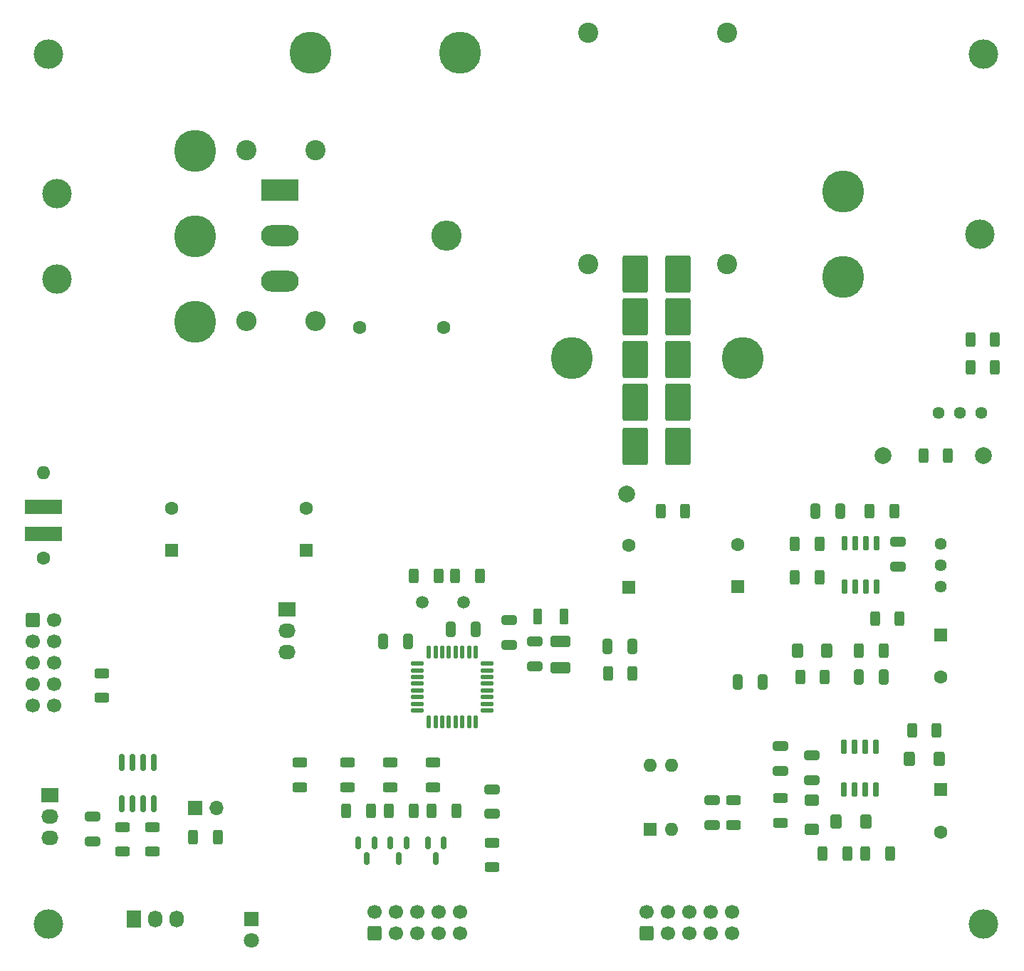
<source format=gbs>
G04 #@! TF.GenerationSoftware,KiCad,Pcbnew,7.0.2*
G04 #@! TF.CreationDate,2023-08-05T12:43:45+02:00*
G04 #@! TF.ProjectId,Module_2,4d6f6475-6c65-45f3-922e-6b696361645f,rev?*
G04 #@! TF.SameCoordinates,Original*
G04 #@! TF.FileFunction,Soldermask,Bot*
G04 #@! TF.FilePolarity,Negative*
%FSLAX46Y46*%
G04 Gerber Fmt 4.6, Leading zero omitted, Abs format (unit mm)*
G04 Created by KiCad (PCBNEW 7.0.2) date 2023-08-05 12:43:45*
%MOMM*%
%LPD*%
G01*
G04 APERTURE LIST*
G04 Aperture macros list*
%AMRoundRect*
0 Rectangle with rounded corners*
0 $1 Rounding radius*
0 $2 $3 $4 $5 $6 $7 $8 $9 X,Y pos of 4 corners*
0 Add a 4 corners polygon primitive as box body*
4,1,4,$2,$3,$4,$5,$6,$7,$8,$9,$2,$3,0*
0 Add four circle primitives for the rounded corners*
1,1,$1+$1,$2,$3*
1,1,$1+$1,$4,$5*
1,1,$1+$1,$6,$7*
1,1,$1+$1,$8,$9*
0 Add four rect primitives between the rounded corners*
20,1,$1+$1,$2,$3,$4,$5,0*
20,1,$1+$1,$4,$5,$6,$7,0*
20,1,$1+$1,$6,$7,$8,$9,0*
20,1,$1+$1,$8,$9,$2,$3,0*%
G04 Aperture macros list end*
%ADD10RoundRect,0.250000X-0.600000X-0.600000X0.600000X-0.600000X0.600000X0.600000X-0.600000X0.600000X0*%
%ADD11C,1.700000*%
%ADD12R,1.600000X1.600000*%
%ADD13C,1.600000*%
%ADD14C,5.000000*%
%ADD15C,2.400000*%
%ADD16O,2.400000X2.400000*%
%ADD17RoundRect,0.250000X0.600000X-0.600000X0.600000X0.600000X-0.600000X0.600000X-0.600000X-0.600000X0*%
%ADD18C,3.500000*%
%ADD19R,1.800000X1.800000*%
%ADD20C,1.800000*%
%ADD21R,1.730000X2.030000*%
%ADD22O,1.730000X2.030000*%
%ADD23C,2.000000*%
%ADD24C,1.500000*%
%ADD25O,1.600000X1.600000*%
%ADD26R,2.030000X1.730000*%
%ADD27O,2.030000X1.730000*%
%ADD28R,1.700000X1.700000*%
%ADD29O,1.700000X1.700000*%
%ADD30C,1.440000*%
%ADD31RoundRect,0.250000X-0.312500X-0.625000X0.312500X-0.625000X0.312500X0.625000X-0.312500X0.625000X0*%
%ADD32RoundRect,0.150000X-0.150000X0.587500X-0.150000X-0.587500X0.150000X-0.587500X0.150000X0.587500X0*%
%ADD33RoundRect,0.250001X-1.262499X-1.974999X1.262499X-1.974999X1.262499X1.974999X-1.262499X1.974999X0*%
%ADD34R,4.500000X1.750000*%
%ADD35RoundRect,0.250000X0.325000X0.650000X-0.325000X0.650000X-0.325000X-0.650000X0.325000X-0.650000X0*%
%ADD36RoundRect,0.250000X-0.625000X0.312500X-0.625000X-0.312500X0.625000X-0.312500X0.625000X0.312500X0*%
%ADD37RoundRect,0.250000X-0.400000X-0.600000X0.400000X-0.600000X0.400000X0.600000X-0.400000X0.600000X0*%
%ADD38RoundRect,0.250000X-0.650000X0.325000X-0.650000X-0.325000X0.650000X-0.325000X0.650000X0.325000X0*%
%ADD39RoundRect,0.250000X0.650000X-0.325000X0.650000X0.325000X-0.650000X0.325000X-0.650000X-0.325000X0*%
%ADD40RoundRect,0.250000X-0.325000X-0.650000X0.325000X-0.650000X0.325000X0.650000X-0.325000X0.650000X0*%
%ADD41RoundRect,0.250000X0.275000X0.700000X-0.275000X0.700000X-0.275000X-0.700000X0.275000X-0.700000X0*%
%ADD42RoundRect,0.250000X0.312500X0.625000X-0.312500X0.625000X-0.312500X-0.625000X0.312500X-0.625000X0*%
%ADD43RoundRect,0.250000X0.625000X-0.312500X0.625000X0.312500X-0.625000X0.312500X-0.625000X-0.312500X0*%
%ADD44RoundRect,0.125000X-0.125000X0.625000X-0.125000X-0.625000X0.125000X-0.625000X0.125000X0.625000X0*%
%ADD45RoundRect,0.125000X-0.625000X0.125000X-0.625000X-0.125000X0.625000X-0.125000X0.625000X0.125000X0*%
%ADD46RoundRect,0.150000X-0.150000X0.725000X-0.150000X-0.725000X0.150000X-0.725000X0.150000X0.725000X0*%
%ADD47RoundRect,0.250000X-0.925000X0.412500X-0.925000X-0.412500X0.925000X-0.412500X0.925000X0.412500X0*%
%ADD48RoundRect,0.150000X-0.150000X0.825000X-0.150000X-0.825000X0.150000X-0.825000X0.150000X0.825000X0*%
%ADD49RoundRect,0.250000X-0.600000X0.400000X-0.600000X-0.400000X0.600000X-0.400000X0.600000X0.400000X0*%
%ADD50RoundRect,0.250000X0.400000X0.600000X-0.400000X0.600000X-0.400000X-0.600000X0.400000X-0.600000X0*%
%ADD51O,3.600000X3.600000*%
%ADD52R,4.500000X2.500000*%
%ADD53O,4.500000X2.500000*%
G04 APERTURE END LIST*
D10*
X45720000Y-102870000D03*
D11*
X48260000Y-102870000D03*
X45720000Y-105410000D03*
X48260000Y-105410000D03*
X45720000Y-107950000D03*
X48260000Y-107950000D03*
X45720000Y-110490000D03*
X48260000Y-110490000D03*
X45720000Y-113030000D03*
X48260000Y-113030000D03*
D12*
X62230000Y-94604651D03*
D13*
X62230000Y-89604651D03*
D12*
X116586000Y-98980000D03*
D13*
X116586000Y-93980000D03*
D14*
X130175000Y-71755000D03*
D15*
X71120000Y-46990000D03*
D16*
X71120000Y-67310000D03*
D12*
X78232000Y-94604651D03*
D13*
X78232000Y-89604651D03*
D17*
X118745000Y-140135000D03*
D11*
X118745000Y-137595000D03*
X121285000Y-140135000D03*
X121285000Y-137595000D03*
X123825000Y-140135000D03*
X123825000Y-137595000D03*
X126365000Y-140135000D03*
X126365000Y-137595000D03*
X128905000Y-140135000D03*
X128905000Y-137595000D03*
D17*
X86360000Y-140135000D03*
D11*
X86360000Y-137595000D03*
X88900000Y-140135000D03*
X88900000Y-137595000D03*
X91440000Y-140135000D03*
X91440000Y-137595000D03*
X93980000Y-140135000D03*
X93980000Y-137595000D03*
X96520000Y-140135000D03*
X96520000Y-137595000D03*
D12*
X153670000Y-104655000D03*
D13*
X153670000Y-109655000D03*
D18*
X158305500Y-56950000D03*
D14*
X142049500Y-62030000D03*
X142049500Y-51870000D03*
D19*
X71755000Y-138430000D03*
D20*
X71755000Y-140970000D03*
D21*
X57785000Y-138430000D03*
D22*
X60325000Y-138430000D03*
X62865000Y-138430000D03*
D23*
X158750000Y-83312000D03*
D18*
X48641000Y-52160500D03*
X48641000Y-62320500D03*
D14*
X65024000Y-47080500D03*
X65024000Y-57240500D03*
X65024000Y-67400500D03*
D18*
X158750000Y-35560000D03*
D24*
X92075000Y-100765000D03*
X96955000Y-100765000D03*
D15*
X79375000Y-46990000D03*
D16*
X79375000Y-67310000D03*
D12*
X119126000Y-127762000D03*
D25*
X121666000Y-127762000D03*
X121666000Y-120142000D03*
X119126000Y-120142000D03*
D15*
X111760000Y-33040000D03*
X111760000Y-60540000D03*
D23*
X116332000Y-87884000D03*
D13*
X46990000Y-95504000D03*
D25*
X46990000Y-85344000D03*
D13*
X84622000Y-68072000D03*
X94622000Y-68072000D03*
D18*
X158750000Y-139065000D03*
D14*
X78740000Y-35360000D03*
D15*
X128270000Y-33040000D03*
X128270000Y-60540000D03*
D26*
X47752000Y-123698000D03*
D27*
X47752000Y-126238000D03*
X47752000Y-128778000D03*
D28*
X65019000Y-125222000D03*
D29*
X67559000Y-125222000D03*
D26*
X75946000Y-101600000D03*
D27*
X75946000Y-104140000D03*
X75946000Y-106680000D03*
D18*
X47625000Y-139065000D03*
D23*
X146812000Y-83312000D03*
D14*
X109855000Y-71755000D03*
X96520000Y-35360000D03*
D30*
X158496000Y-78232000D03*
X155956000Y-78232000D03*
X153416000Y-78232000D03*
D12*
X129540000Y-98922651D03*
D13*
X129540000Y-93922651D03*
D18*
X47625000Y-35560000D03*
D12*
X153670000Y-123070000D03*
D13*
X153670000Y-128070000D03*
D30*
X153670000Y-93780000D03*
X153670000Y-96320000D03*
X153670000Y-98860000D03*
D31*
X144742500Y-130610000D03*
X147667500Y-130610000D03*
D32*
X88270000Y-129340000D03*
X90170000Y-129340000D03*
X89220000Y-131215000D03*
D33*
X117403000Y-61722000D03*
X122428000Y-61722000D03*
D34*
X46990000Y-92658000D03*
X46990000Y-89408000D03*
D35*
X146890000Y-109655000D03*
X143940000Y-109655000D03*
D31*
X150265000Y-116005000D03*
X153190000Y-116005000D03*
D36*
X53975000Y-109220000D03*
X53975000Y-112145000D03*
D31*
X93152500Y-125530000D03*
X96077500Y-125530000D03*
X120396000Y-89916000D03*
X123321000Y-89916000D03*
D37*
X141280000Y-126800000D03*
X144780000Y-126800000D03*
D38*
X52832000Y-126225500D03*
X52832000Y-129175500D03*
D39*
X148590000Y-96525000D03*
X148590000Y-93575000D03*
D38*
X126492000Y-124316500D03*
X126492000Y-127266500D03*
D40*
X138782000Y-89916000D03*
X141732000Y-89916000D03*
D37*
X149977500Y-119380000D03*
X153477500Y-119380000D03*
D32*
X92710000Y-129340000D03*
X94610000Y-129340000D03*
X93660000Y-131215000D03*
D39*
X134620000Y-120855000D03*
X134620000Y-117905000D03*
X138392500Y-121925000D03*
X138392500Y-118975000D03*
D41*
X108890000Y-102489000D03*
X105740000Y-102489000D03*
D36*
X56388000Y-127508000D03*
X56388000Y-130433000D03*
X59944000Y-127508000D03*
X59944000Y-130433000D03*
D42*
X117032500Y-109220000D03*
X114107500Y-109220000D03*
D43*
X134620000Y-126992500D03*
X134620000Y-124067500D03*
D42*
X160151000Y-72825000D03*
X157226000Y-72825000D03*
D31*
X82992500Y-125530000D03*
X85917500Y-125530000D03*
D33*
X117403000Y-71882000D03*
X122428000Y-71882000D03*
X117375500Y-66802000D03*
X122400500Y-66802000D03*
D38*
X105410000Y-105459000D03*
X105410000Y-108409000D03*
D42*
X148782500Y-102670000D03*
X145857500Y-102670000D03*
D36*
X77470000Y-119822500D03*
X77470000Y-122747500D03*
D32*
X84455000Y-129340000D03*
X86355000Y-129340000D03*
X85405000Y-131215000D03*
D31*
X64805000Y-128705000D03*
X67730000Y-128705000D03*
D43*
X100330000Y-132265000D03*
X100330000Y-129340000D03*
D44*
X92815000Y-106680000D03*
X93615000Y-106680000D03*
X94415000Y-106680000D03*
X95215000Y-106680000D03*
X96015000Y-106680000D03*
X96815000Y-106680000D03*
X97615000Y-106680000D03*
X98415000Y-106680000D03*
D45*
X99790000Y-108055000D03*
X99790000Y-108855000D03*
X99790000Y-109655000D03*
X99790000Y-110455000D03*
X99790000Y-111255000D03*
X99790000Y-112055000D03*
X99790000Y-112855000D03*
X99790000Y-113655000D03*
D44*
X98415000Y-115030000D03*
X97615000Y-115030000D03*
X96815000Y-115030000D03*
X96015000Y-115030000D03*
X95215000Y-115030000D03*
X94415000Y-115030000D03*
X93615000Y-115030000D03*
X92815000Y-115030000D03*
D45*
X91440000Y-113655000D03*
X91440000Y-112855000D03*
X91440000Y-112055000D03*
X91440000Y-111255000D03*
X91440000Y-110455000D03*
X91440000Y-109655000D03*
X91440000Y-108855000D03*
X91440000Y-108055000D03*
D42*
X139257500Y-93780000D03*
X136332500Y-93780000D03*
D43*
X88265000Y-122740000D03*
X88265000Y-119815000D03*
D31*
X145222500Y-89916000D03*
X148147500Y-89916000D03*
D33*
X117375500Y-82242000D03*
X122400500Y-82242000D03*
D46*
X142202500Y-117910000D03*
X143472500Y-117910000D03*
X144742500Y-117910000D03*
X146012500Y-117910000D03*
X146012500Y-123060000D03*
X144742500Y-123060000D03*
X143472500Y-123060000D03*
X142202500Y-123060000D03*
D35*
X132490000Y-110236000D03*
X129540000Y-110236000D03*
D47*
X108458000Y-105456000D03*
X108458000Y-108531000D03*
D42*
X146877500Y-106480000D03*
X143952500Y-106480000D03*
X93980000Y-97590000D03*
X91055000Y-97590000D03*
D31*
X95942500Y-97590000D03*
X98867500Y-97590000D03*
D42*
X139892500Y-109655000D03*
X136967500Y-109655000D03*
D48*
X56300000Y-119815000D03*
X57570000Y-119815000D03*
X58840000Y-119815000D03*
X60110000Y-119815000D03*
X60110000Y-124765000D03*
X58840000Y-124765000D03*
X57570000Y-124765000D03*
X56300000Y-124765000D03*
D46*
X142240000Y-93710000D03*
X143510000Y-93710000D03*
X144780000Y-93710000D03*
X146050000Y-93710000D03*
X146050000Y-98860000D03*
X144780000Y-98860000D03*
X143510000Y-98860000D03*
X142240000Y-98860000D03*
D31*
X88072500Y-125530000D03*
X90997500Y-125530000D03*
D39*
X102362000Y-105820000D03*
X102362000Y-102870000D03*
D33*
X117375500Y-76962000D03*
X122400500Y-76962000D03*
D49*
X138392500Y-124260000D03*
X138392500Y-127760000D03*
D50*
X140180000Y-106480000D03*
X136680000Y-106480000D03*
D40*
X114095000Y-106045000D03*
X117045000Y-106045000D03*
D43*
X129032000Y-127254000D03*
X129032000Y-124329000D03*
X93345000Y-122740000D03*
X93345000Y-119815000D03*
D31*
X157226000Y-69535000D03*
X160151000Y-69535000D03*
D42*
X139257500Y-97790000D03*
X136332500Y-97790000D03*
X154563000Y-83312000D03*
X151638000Y-83312000D03*
D38*
X100330000Y-122990000D03*
X100330000Y-125940000D03*
D42*
X142587500Y-130610000D03*
X139662500Y-130610000D03*
D40*
X95475000Y-103940000D03*
X98425000Y-103940000D03*
D51*
X94965000Y-57150000D03*
D52*
X75105000Y-51700000D03*
D53*
X75105000Y-57150000D03*
X75105000Y-62600000D03*
D43*
X83185000Y-122740000D03*
X83185000Y-119815000D03*
D40*
X87376000Y-105410000D03*
X90326000Y-105410000D03*
M02*

</source>
